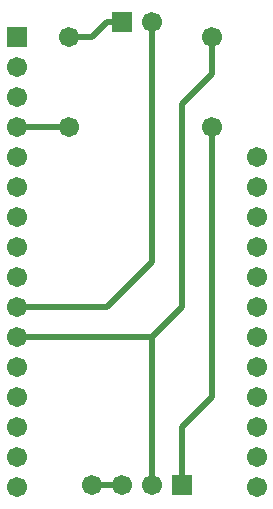
<source format=gbr>
%TF.GenerationSoftware,KiCad,Pcbnew,7.0.9*%
%TF.CreationDate,2023-12-25T10:03:32-05:00*%
%TF.ProjectId,pcb_ac_interface,7063625f-6163-45f6-996e-746572666163,rev?*%
%TF.SameCoordinates,Original*%
%TF.FileFunction,Copper,L2,Bot*%
%TF.FilePolarity,Positive*%
%FSLAX46Y46*%
G04 Gerber Fmt 4.6, Leading zero omitted, Abs format (unit mm)*
G04 Created by KiCad (PCBNEW 7.0.9) date 2023-12-25 10:03:32*
%MOMM*%
%LPD*%
G01*
G04 APERTURE LIST*
%TA.AperFunction,ComponentPad*%
%ADD10R,1.701800X1.701800*%
%TD*%
%TA.AperFunction,ComponentPad*%
%ADD11C,1.701800*%
%TD*%
%TA.AperFunction,Conductor*%
%ADD12C,0.508000*%
%TD*%
G04 APERTURE END LIST*
D10*
%TO.P,A1,1,~{RESET}*%
%TO.N,unconnected-(A1-~{RESET}-Pad1)*%
X129540000Y-69850000D03*
D11*
%TO.P,A1,2,3V3*%
%TO.N,+3V3*%
X129540000Y-72390000D03*
%TO.P,A1,3,AREF*%
%TO.N,unconnected-(A1-AREF-Pad3)*%
X129540000Y-74930000D03*
%TO.P,A1,4,GND*%
%TO.N,GND*%
X129540000Y-77470000D03*
%TO.P,A1,5,A0*%
%TO.N,unconnected-(A1-A0-Pad5)*%
X129540000Y-80010000D03*
%TO.P,A1,6,A1*%
%TO.N,unconnected-(A1-A1-Pad6)*%
X129540000Y-82550000D03*
%TO.P,A1,7,A2*%
%TO.N,unconnected-(A1-A2-Pad7)*%
X129540000Y-85090000D03*
%TO.P,A1,8,A3*%
%TO.N,unconnected-(A1-A3-Pad8)*%
X129540000Y-87630000D03*
%TO.P,A1,9,A4*%
%TO.N,unconnected-(A1-A4-Pad9)*%
X129540000Y-90170000D03*
%TO.P,A1,10,A5*%
%TO.N,Net-(A1-A5)*%
X129540000Y-92710000D03*
%TO.P,A1,11,SCK*%
%TO.N,Net-(A1-SCK)*%
X129540000Y-95250000D03*
%TO.P,A1,12,MOSI*%
%TO.N,unconnected-(A1-MOSI-Pad12)*%
X129540000Y-97790000D03*
%TO.P,A1,13,MISO*%
%TO.N,unconnected-(A1-MISO-Pad13)*%
X129540000Y-100330000D03*
%TO.P,A1,14,RX*%
%TO.N,unconnected-(A1-RX-Pad14)*%
X129540000Y-102870000D03*
%TO.P,A1,15,TX*%
%TO.N,unconnected-(A1-TX-Pad15)*%
X129540000Y-105410000D03*
%TO.P,A1,16,SPARE*%
%TO.N,unconnected-(A1-SPARE-Pad16)*%
X129540000Y-107950000D03*
%TO.P,A1,17,SDA*%
%TO.N,unconnected-(A1-SDA-Pad17)*%
X149860000Y-107950000D03*
%TO.P,A1,18,SCL*%
%TO.N,unconnected-(A1-SCL-Pad18)*%
X149860000Y-105410000D03*
%TO.P,A1,19,D0*%
%TO.N,unconnected-(A1-D0-Pad19)*%
X149860000Y-102870000D03*
%TO.P,A1,20,D1*%
%TO.N,unconnected-(A1-D1-Pad20)*%
X149860000Y-100330000D03*
%TO.P,A1,21,D2*%
%TO.N,unconnected-(A1-D2-Pad21)*%
X149860000Y-97790000D03*
%TO.P,A1,22,D3*%
%TO.N,unconnected-(A1-D3-Pad22)*%
X149860000Y-95250000D03*
%TO.P,A1,23,D4*%
%TO.N,unconnected-(A1-D4-Pad23)*%
X149860000Y-92710000D03*
%TO.P,A1,24,D5*%
%TO.N,unconnected-(A1-D5-Pad24)*%
X149860000Y-90170000D03*
%TO.P,A1,25,D6*%
%TO.N,unconnected-(A1-D6-Pad25)*%
X149860000Y-87630000D03*
%TO.P,A1,26,USB*%
%TO.N,unconnected-(A1-USB-Pad26)*%
X149860000Y-85090000D03*
%TO.P,A1,27,EN*%
%TO.N,unconnected-(A1-EN-Pad27)*%
X149860000Y-82550000D03*
%TO.P,A1,28,VBAT*%
%TO.N,unconnected-(A1-VBAT-Pad28)*%
X149860000Y-80010000D03*
%TD*%
D10*
%TO.P,U1,1,VDD*%
%TO.N,+3V3*%
X143510000Y-107820000D03*
D11*
%TO.P,U1,2,SDA*%
%TO.N,Net-(A1-SCK)*%
X140970000Y-107820000D03*
%TO.P,U1,3,GND*%
%TO.N,GND*%
X138430000Y-107820000D03*
%TO.P,U1,4,GND*%
X135890000Y-107820000D03*
%TD*%
%TO.P,R2,2*%
%TO.N,Net-(A1-SCK)*%
X146050000Y-69850000D03*
%TO.P,R2,1*%
%TO.N,+3V3*%
X146050000Y-77470000D03*
%TD*%
%TO.P,R1,1*%
%TO.N,Net-(D1-K)*%
X133985000Y-69850000D03*
%TO.P,R1,2*%
%TO.N,GND*%
X133985000Y-77470000D03*
%TD*%
D10*
%TO.P,D1,1,K*%
%TO.N,Net-(D1-K)*%
X138425000Y-68580000D03*
D11*
%TO.P,D1,2,A*%
%TO.N,Net-(A1-A5)*%
X140965000Y-68580000D03*
%TD*%
D12*
%TO.N,Net-(A1-A5)*%
X129540000Y-92710000D02*
X137160000Y-92710000D01*
X137160000Y-92710000D02*
X140970000Y-88900000D01*
X140965000Y-71115000D02*
X140965000Y-68580000D01*
X140970000Y-88900000D02*
X140970000Y-71120000D01*
X140970000Y-71120000D02*
X140965000Y-71115000D01*
%TO.N,Net-(A1-SCK)*%
X140970000Y-95250000D02*
X143510000Y-92710000D01*
X143510000Y-92710000D02*
X143510000Y-75565000D01*
X146050000Y-73025000D02*
X146050000Y-69850000D01*
X143510000Y-75565000D02*
X146050000Y-73025000D01*
%TO.N,+3V3*%
X143510000Y-107820000D02*
X143510000Y-102870000D01*
X143510000Y-102870000D02*
X146050000Y-100330000D01*
X146050000Y-100330000D02*
X146050000Y-77470000D01*
%TO.N,GND*%
X133985000Y-77470000D02*
X129540000Y-77470000D01*
%TO.N,Net-(D1-K)*%
X138425000Y-68580000D02*
X137160000Y-68580000D01*
X137160000Y-68580000D02*
X135890000Y-69850000D01*
X135890000Y-69850000D02*
X133985000Y-69850000D01*
%TO.N,Net-(A1-SCK)*%
X140970000Y-107820000D02*
X140970000Y-95250000D01*
X129540000Y-95250000D02*
X140970000Y-95250000D01*
%TO.N,GND*%
X138430000Y-107820000D02*
X135890000Y-107820000D01*
%TD*%
M02*

</source>
